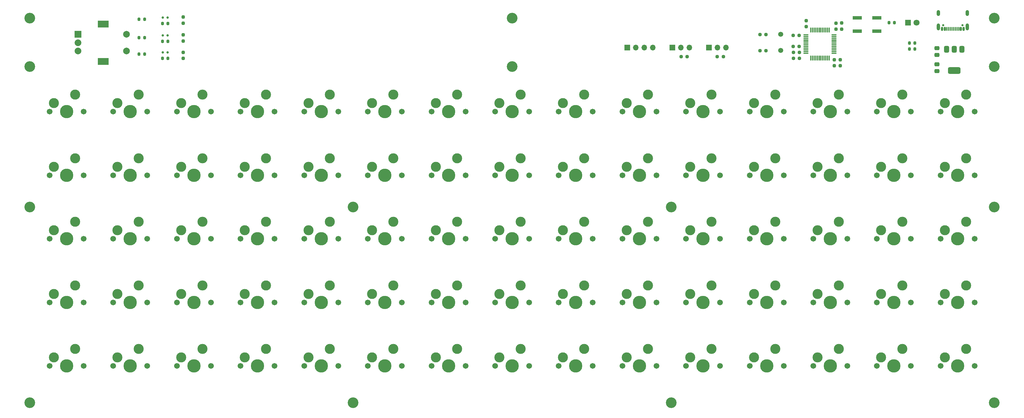
<source format=gbr>
%TF.GenerationSoftware,KiCad,Pcbnew,8.0.1*%
%TF.CreationDate,2024-06-12T21:18:42+02:00*%
%TF.ProjectId,Keyboard,4b657962-6f61-4726-942e-6b696361645f,rev?*%
%TF.SameCoordinates,Original*%
%TF.FileFunction,Soldermask,Top*%
%TF.FilePolarity,Negative*%
%FSLAX46Y46*%
G04 Gerber Fmt 4.6, Leading zero omitted, Abs format (unit mm)*
G04 Created by KiCad (PCBNEW 8.0.1) date 2024-06-12 21:18:42*
%MOMM*%
%LPD*%
G01*
G04 APERTURE LIST*
G04 Aperture macros list*
%AMRoundRect*
0 Rectangle with rounded corners*
0 $1 Rounding radius*
0 $2 $3 $4 $5 $6 $7 $8 $9 X,Y pos of 4 corners*
0 Add a 4 corners polygon primitive as box body*
4,1,4,$2,$3,$4,$5,$6,$7,$8,$9,$2,$3,0*
0 Add four circle primitives for the rounded corners*
1,1,$1+$1,$2,$3*
1,1,$1+$1,$4,$5*
1,1,$1+$1,$6,$7*
1,1,$1+$1,$8,$9*
0 Add four rect primitives between the rounded corners*
20,1,$1+$1,$2,$3,$4,$5,0*
20,1,$1+$1,$4,$5,$6,$7,0*
20,1,$1+$1,$6,$7,$8,$9,0*
20,1,$1+$1,$8,$9,$2,$3,0*%
G04 Aperture macros list end*
%ADD10C,1.701800*%
%ADD11C,3.000000*%
%ADD12C,3.987800*%
%ADD13R,1.700000X1.700000*%
%ADD14O,1.700000X1.700000*%
%ADD15RoundRect,0.237500X0.250000X0.237500X-0.250000X0.237500X-0.250000X-0.237500X0.250000X-0.237500X0*%
%ADD16C,3.200000*%
%ADD17RoundRect,0.237500X0.237500X-0.250000X0.237500X0.250000X-0.237500X0.250000X-0.237500X-0.250000X0*%
%ADD18RoundRect,0.075000X-0.662500X-0.075000X0.662500X-0.075000X0.662500X0.075000X-0.662500X0.075000X0*%
%ADD19RoundRect,0.075000X-0.075000X-0.662500X0.075000X-0.662500X0.075000X0.662500X-0.075000X0.662500X0*%
%ADD20RoundRect,0.200000X-0.200000X-0.275000X0.200000X-0.275000X0.200000X0.275000X-0.200000X0.275000X0*%
%ADD21R,2.000000X2.000000*%
%ADD22C,2.000000*%
%ADD23R,3.200000X2.000000*%
%ADD24RoundRect,0.375000X-0.375000X0.625000X-0.375000X-0.625000X0.375000X-0.625000X0.375000X0.625000X0*%
%ADD25RoundRect,0.500000X-1.400000X0.500000X-1.400000X-0.500000X1.400000X-0.500000X1.400000X0.500000X0*%
%ADD26RoundRect,0.150000X-0.150000X-0.200000X0.150000X-0.200000X0.150000X0.200000X-0.150000X0.200000X0*%
%ADD27RoundRect,0.200000X0.200000X0.275000X-0.200000X0.275000X-0.200000X-0.275000X0.200000X-0.275000X0*%
%ADD28RoundRect,0.237500X-0.250000X-0.237500X0.250000X-0.237500X0.250000X0.237500X-0.250000X0.237500X0*%
%ADD29R,1.800000X1.800000*%
%ADD30C,1.800000*%
%ADD31C,1.500000*%
%ADD32R,2.800000X1.000000*%
%ADD33RoundRect,0.250000X0.475000X-0.337500X0.475000X0.337500X-0.475000X0.337500X-0.475000X-0.337500X0*%
%ADD34RoundRect,0.237500X-0.237500X0.250000X-0.237500X-0.250000X0.237500X-0.250000X0.237500X0.250000X0*%
%ADD35RoundRect,0.250000X-0.475000X0.337500X-0.475000X-0.337500X0.475000X-0.337500X0.475000X0.337500X0*%
%ADD36C,0.650000*%
%ADD37RoundRect,0.150000X0.150000X0.425000X-0.150000X0.425000X-0.150000X-0.425000X0.150000X-0.425000X0*%
%ADD38RoundRect,0.075000X0.075000X0.500000X-0.075000X0.500000X-0.075000X-0.500000X0.075000X-0.500000X0*%
%ADD39O,1.000000X2.100000*%
%ADD40O,1.000000X1.800000*%
G04 APERTURE END LIST*
D10*
%TO.C,SW42*%
X288940000Y-147000000D03*
D11*
X290210000Y-144460000D03*
D12*
X294020000Y-147000000D03*
D11*
X296560000Y-141920000D03*
D10*
X299100000Y-147000000D03*
%TD*%
%TO.C,SW65*%
X155940000Y-185000000D03*
D11*
X157210000Y-182460000D03*
D12*
X161020000Y-185000000D03*
D11*
X163560000Y-179920000D03*
D10*
X166100000Y-185000000D03*
%TD*%
D13*
%TO.C,J3*%
X276771000Y-89821000D03*
D14*
X279311000Y-89821000D03*
X281851000Y-89821000D03*
%TD*%
D10*
%TO.C,SW67*%
X193940000Y-185000000D03*
D11*
X195210000Y-182460000D03*
D12*
X199020000Y-185000000D03*
D11*
X201560000Y-179920000D03*
D10*
X204100000Y-185000000D03*
%TD*%
D13*
%TO.C,J2*%
X265849000Y-89821000D03*
D14*
X268389000Y-89821000D03*
X270929000Y-89821000D03*
%TD*%
D10*
%TO.C,SW27*%
X288940000Y-128000000D03*
D11*
X290210000Y-125460000D03*
D12*
X294020000Y-128000000D03*
D11*
X296560000Y-122920000D03*
D10*
X299100000Y-128000000D03*
%TD*%
%TO.C,SW21*%
X174940000Y-128000000D03*
D11*
X176210000Y-125460000D03*
D12*
X180020000Y-128000000D03*
D11*
X182560000Y-122920000D03*
D10*
X185100000Y-128000000D03*
%TD*%
D15*
%TO.C,R5*%
X281097500Y-92558000D03*
X279272500Y-92558000D03*
%TD*%
D10*
%TO.C,SW4*%
X136940000Y-109000000D03*
D11*
X138210000Y-106460000D03*
D12*
X142020000Y-109000000D03*
D11*
X144560000Y-103920000D03*
D10*
X147100000Y-109000000D03*
%TD*%
%TO.C,SW29*%
X326940000Y-128000000D03*
D11*
X328210000Y-125460000D03*
D12*
X332020000Y-128000000D03*
D11*
X334560000Y-122920000D03*
D10*
X337100000Y-128000000D03*
%TD*%
D16*
%TO.C,REF\u002A\u002A*%
X170500000Y-196000000D03*
%TD*%
D10*
%TO.C,SW35*%
X155940000Y-147000000D03*
D11*
X157210000Y-144460000D03*
D12*
X161020000Y-147000000D03*
D11*
X163560000Y-141920000D03*
D10*
X166100000Y-147000000D03*
%TD*%
D17*
%TO.C,C9*%
X305867500Y-83576500D03*
X305867500Y-81751500D03*
%TD*%
%TO.C,C10*%
X314757500Y-84338500D03*
X314757500Y-82513500D03*
%TD*%
D10*
%TO.C,SW75*%
X345940000Y-185000000D03*
D11*
X347210000Y-182460000D03*
D12*
X351020000Y-185000000D03*
D11*
X353560000Y-179920000D03*
D10*
X356100000Y-185000000D03*
%TD*%
D15*
%TO.C,C8*%
X303732000Y-86220000D03*
X301907000Y-86220000D03*
%TD*%
D10*
%TO.C,SW72*%
X288940000Y-185000000D03*
D11*
X290210000Y-182460000D03*
D12*
X294020000Y-185000000D03*
D11*
X296560000Y-179920000D03*
D10*
X299100000Y-185000000D03*
%TD*%
%TO.C,SW10*%
X250940000Y-109000000D03*
D11*
X252210000Y-106460000D03*
D12*
X256020000Y-109000000D03*
D11*
X258560000Y-103920000D03*
D10*
X261100000Y-109000000D03*
%TD*%
%TO.C,SW46*%
X79940000Y-166000000D03*
D11*
X81210000Y-163460000D03*
D12*
X85020000Y-166000000D03*
D11*
X87560000Y-160920000D03*
D10*
X90100000Y-166000000D03*
%TD*%
%TO.C,SW20*%
X155940000Y-128000000D03*
D11*
X157210000Y-125460000D03*
D12*
X161020000Y-128000000D03*
D11*
X163560000Y-122920000D03*
D10*
X166100000Y-128000000D03*
%TD*%
%TO.C,SW66*%
X174940000Y-185000000D03*
D11*
X176210000Y-182460000D03*
D12*
X180020000Y-185000000D03*
D11*
X182560000Y-179920000D03*
D10*
X185100000Y-185000000D03*
%TD*%
%TO.C,SW30*%
X345940000Y-128000000D03*
D11*
X347210000Y-125460000D03*
D12*
X351020000Y-128000000D03*
D11*
X353560000Y-122920000D03*
D10*
X356100000Y-128000000D03*
%TD*%
%TO.C,SW49*%
X136940000Y-166000000D03*
D11*
X138210000Y-163460000D03*
D12*
X142020000Y-166000000D03*
D11*
X144560000Y-160920000D03*
D10*
X147100000Y-166000000D03*
%TD*%
D16*
%TO.C,REF\u002A\u002A*%
X74000000Y-137500000D03*
%TD*%
D18*
%TO.C,U1*%
X305769000Y-86010000D03*
X305769000Y-86510000D03*
X305769000Y-87010000D03*
X305769000Y-87510000D03*
X305769000Y-88010000D03*
X305769000Y-88510000D03*
X305769000Y-89010000D03*
X305769000Y-89510000D03*
X305769000Y-90010000D03*
X305769000Y-90510000D03*
X305769000Y-91010000D03*
X305769000Y-91510000D03*
D19*
X307181500Y-92922500D03*
X307681500Y-92922500D03*
X308181500Y-92922500D03*
X308681500Y-92922500D03*
X309181500Y-92922500D03*
X309681500Y-92922500D03*
X310181500Y-92922500D03*
X310681500Y-92922500D03*
X311181500Y-92922500D03*
X311681500Y-92922500D03*
X312181500Y-92922500D03*
X312681500Y-92922500D03*
D18*
X314094000Y-91510000D03*
X314094000Y-91010000D03*
X314094000Y-90510000D03*
X314094000Y-90010000D03*
X314094000Y-89510000D03*
X314094000Y-89010000D03*
X314094000Y-88510000D03*
X314094000Y-88010000D03*
X314094000Y-87510000D03*
X314094000Y-87010000D03*
X314094000Y-86510000D03*
X314094000Y-86010000D03*
D19*
X312681500Y-84597500D03*
X312181500Y-84597500D03*
X311681500Y-84597500D03*
X311181500Y-84597500D03*
X310681500Y-84597500D03*
X310181500Y-84597500D03*
X309681500Y-84597500D03*
X309181500Y-84597500D03*
X308681500Y-84597500D03*
X308181500Y-84597500D03*
X307681500Y-84597500D03*
X307181500Y-84597500D03*
%TD*%
D15*
%TO.C,C13*%
X293826000Y-90792000D03*
X292001000Y-90792000D03*
%TD*%
D17*
%TO.C,C7*%
X316380000Y-84326500D03*
X316380000Y-82501500D03*
%TD*%
D10*
%TO.C,SW22*%
X193940000Y-128000000D03*
D11*
X195210000Y-125460000D03*
D12*
X199020000Y-128000000D03*
D11*
X201560000Y-122920000D03*
D10*
X204100000Y-128000000D03*
%TD*%
D20*
%TO.C,R21*%
X106640000Y-91796000D03*
X108290000Y-91796000D03*
%TD*%
D10*
%TO.C,SW52*%
X193940000Y-166000000D03*
D11*
X195210000Y-163460000D03*
D12*
X199020000Y-166000000D03*
D11*
X201560000Y-160920000D03*
D10*
X204100000Y-166000000D03*
%TD*%
%TO.C,SW68*%
X212940000Y-185000000D03*
D11*
X214210000Y-182460000D03*
D12*
X218020000Y-185000000D03*
D11*
X220560000Y-179920000D03*
D10*
X223100000Y-185000000D03*
%TD*%
%TO.C,SW51*%
X174940000Y-166000000D03*
D11*
X176210000Y-163460000D03*
D12*
X180020000Y-166000000D03*
D11*
X182560000Y-160920000D03*
D10*
X185100000Y-166000000D03*
%TD*%
D21*
%TO.C,SW77*%
X88404000Y-85867000D03*
D22*
X88404000Y-90867000D03*
X88404000Y-88367000D03*
D23*
X95904000Y-82767000D03*
X95904000Y-93967000D03*
D22*
X102904000Y-90867000D03*
X102904000Y-85867000D03*
%TD*%
D24*
%TO.C,U2*%
X352300000Y-90350000D03*
X350000000Y-90350000D03*
D25*
X350000000Y-96650000D03*
D24*
X347700000Y-90350000D03*
%TD*%
D16*
%TO.C,REF\u002A\u002A*%
X362000000Y-81000000D03*
%TD*%
D10*
%TO.C,SW1*%
X79940000Y-109000000D03*
D11*
X81210000Y-106460000D03*
D12*
X85020000Y-109000000D03*
D11*
X87560000Y-103920000D03*
D10*
X90100000Y-109000000D03*
%TD*%
%TO.C,SW57*%
X288940000Y-166000000D03*
D11*
X290210000Y-163460000D03*
D12*
X294020000Y-166000000D03*
D11*
X296560000Y-160920000D03*
D10*
X299100000Y-166000000D03*
%TD*%
D16*
%TO.C,REF\u002A\u002A*%
X362000000Y-95500000D03*
%TD*%
D10*
%TO.C,SW32*%
X98940000Y-147000000D03*
D11*
X100210000Y-144460000D03*
D12*
X104020000Y-147000000D03*
D11*
X106560000Y-141920000D03*
D10*
X109100000Y-147000000D03*
%TD*%
%TO.C,SW18*%
X117940000Y-128000000D03*
D11*
X119210000Y-125460000D03*
D12*
X123020000Y-128000000D03*
D11*
X125560000Y-122920000D03*
D10*
X128100000Y-128000000D03*
%TD*%
%TO.C,SW16*%
X79940000Y-128000000D03*
D11*
X81210000Y-125460000D03*
D12*
X85020000Y-128000000D03*
D11*
X87560000Y-122920000D03*
D10*
X90100000Y-128000000D03*
%TD*%
%TO.C,SW56*%
X269940000Y-166000000D03*
D11*
X271210000Y-163460000D03*
D12*
X275020000Y-166000000D03*
D11*
X277560000Y-160920000D03*
D10*
X280100000Y-166000000D03*
%TD*%
%TO.C,SW24*%
X231940000Y-128000000D03*
D11*
X233210000Y-125460000D03*
D12*
X237020000Y-128000000D03*
D11*
X239560000Y-122920000D03*
D10*
X242100000Y-128000000D03*
%TD*%
D16*
%TO.C,REF\u002A\u002A*%
X218000000Y-95500000D03*
%TD*%
D10*
%TO.C,SW17*%
X98940000Y-128000000D03*
D11*
X100210000Y-125460000D03*
D12*
X104020000Y-128000000D03*
D11*
X106560000Y-122920000D03*
D10*
X109100000Y-128000000D03*
%TD*%
D17*
%TO.C,C15*%
X119784000Y-87882500D03*
X119784000Y-86057500D03*
%TD*%
D10*
%TO.C,SW74*%
X326940000Y-185000000D03*
D11*
X328210000Y-182460000D03*
D12*
X332020000Y-185000000D03*
D11*
X334560000Y-179920000D03*
D10*
X337100000Y-185000000D03*
%TD*%
D16*
%TO.C,REF\u002A\u002A*%
X218000000Y-81000000D03*
%TD*%
D26*
%TO.C,D77*%
X115150000Y-80874000D03*
X113750000Y-80874000D03*
%TD*%
D10*
%TO.C,SW71*%
X269940000Y-185000000D03*
D11*
X271210000Y-182460000D03*
D12*
X275020000Y-185000000D03*
D11*
X277560000Y-179920000D03*
D10*
X280100000Y-185000000D03*
%TD*%
%TO.C,SW40*%
X250940000Y-147000000D03*
D11*
X252210000Y-144460000D03*
D12*
X256020000Y-147000000D03*
D11*
X258560000Y-141920000D03*
D10*
X261100000Y-147000000D03*
%TD*%
D16*
%TO.C,REF\u002A\u002A*%
X265500000Y-137500000D03*
%TD*%
D10*
%TO.C,SW63*%
X117940000Y-185000000D03*
D11*
X119210000Y-182460000D03*
D12*
X123020000Y-185000000D03*
D11*
X125560000Y-179920000D03*
D10*
X128100000Y-185000000D03*
%TD*%
D27*
%TO.C,R1*%
X338287000Y-90272000D03*
X336637000Y-90272000D03*
%TD*%
D10*
%TO.C,SW3*%
X117940000Y-109000000D03*
D11*
X119210000Y-106460000D03*
D12*
X123020000Y-109000000D03*
D11*
X125560000Y-103920000D03*
D10*
X128100000Y-109000000D03*
%TD*%
D28*
%TO.C,C12*%
X292001000Y-85966000D03*
X293826000Y-85966000D03*
%TD*%
D20*
%TO.C,R3*%
X330541000Y-82398000D03*
X332191000Y-82398000D03*
%TD*%
D17*
%TO.C,C16*%
X119784000Y-82548500D03*
X119784000Y-80723500D03*
%TD*%
D10*
%TO.C,SW12*%
X288940000Y-109000000D03*
D11*
X290210000Y-106460000D03*
D12*
X294020000Y-109000000D03*
D11*
X296560000Y-103920000D03*
D10*
X299100000Y-109000000D03*
%TD*%
%TO.C,SW15*%
X345940000Y-109000000D03*
D11*
X347210000Y-106460000D03*
D12*
X351020000Y-109000000D03*
D11*
X353560000Y-103920000D03*
D10*
X356100000Y-109000000D03*
%TD*%
%TO.C,SW43*%
X307940000Y-147000000D03*
D11*
X309210000Y-144460000D03*
D12*
X313020000Y-147000000D03*
D11*
X315560000Y-141920000D03*
D10*
X318100000Y-147000000D03*
%TD*%
D29*
%TO.C,D76*%
X336187000Y-82398000D03*
D30*
X338727000Y-82398000D03*
%TD*%
D10*
%TO.C,SW39*%
X231940000Y-147000000D03*
D11*
X233210000Y-144460000D03*
D12*
X237020000Y-147000000D03*
D11*
X239560000Y-141920000D03*
D10*
X242100000Y-147000000D03*
%TD*%
D31*
%TO.C,Y1*%
X298247500Y-90702000D03*
X298247500Y-85822000D03*
%TD*%
D32*
%TO.C,SW76*%
X321100000Y-80906000D03*
X326900000Y-80906000D03*
X321100000Y-84906000D03*
X326900000Y-84906000D03*
%TD*%
D33*
%TO.C,C2*%
X344828000Y-96897500D03*
X344828000Y-94822500D03*
%TD*%
D10*
%TO.C,SW31*%
X79940000Y-147000000D03*
D11*
X81210000Y-144460000D03*
D12*
X85020000Y-147000000D03*
D11*
X87560000Y-141920000D03*
D10*
X90100000Y-147000000D03*
%TD*%
D16*
%TO.C,REF\u002A\u002A*%
X74000000Y-95500000D03*
%TD*%
D10*
%TO.C,SW5*%
X155940000Y-109000000D03*
D11*
X157210000Y-106460000D03*
D12*
X161020000Y-109000000D03*
D11*
X163560000Y-103920000D03*
D10*
X166100000Y-109000000D03*
%TD*%
%TO.C,SW58*%
X307940000Y-166000000D03*
D11*
X309210000Y-163460000D03*
D12*
X313020000Y-166000000D03*
D11*
X315560000Y-160920000D03*
D10*
X318100000Y-166000000D03*
%TD*%
D17*
%TO.C,C14*%
X119784000Y-93089500D03*
X119784000Y-91264500D03*
%TD*%
D34*
%TO.C,C11*%
X316027500Y-93435500D03*
X316027500Y-95260500D03*
%TD*%
D15*
%TO.C,C5*%
X303830500Y-93066000D03*
X302005500Y-93066000D03*
%TD*%
D10*
%TO.C,SW23*%
X212940000Y-128000000D03*
D11*
X214210000Y-125460000D03*
D12*
X218020000Y-128000000D03*
D11*
X220560000Y-122920000D03*
D10*
X223100000Y-128000000D03*
%TD*%
D16*
%TO.C,REF\u002A\u002A*%
X362000000Y-137500000D03*
%TD*%
D10*
%TO.C,SW25*%
X250940000Y-128000000D03*
D11*
X252210000Y-125460000D03*
D12*
X256020000Y-128000000D03*
D11*
X258560000Y-122920000D03*
D10*
X261100000Y-128000000D03*
%TD*%
%TO.C,SW6*%
X174940000Y-109000000D03*
D11*
X176210000Y-106460000D03*
D12*
X180020000Y-109000000D03*
D11*
X182560000Y-103920000D03*
D10*
X185100000Y-109000000D03*
%TD*%
D20*
%TO.C,R26*%
X106640000Y-81382000D03*
X108290000Y-81382000D03*
%TD*%
D10*
%TO.C,SW14*%
X326940000Y-109000000D03*
D11*
X328210000Y-106460000D03*
D12*
X332020000Y-109000000D03*
D11*
X334560000Y-103920000D03*
D10*
X337100000Y-109000000D03*
%TD*%
%TO.C,SW73*%
X307940000Y-185000000D03*
D11*
X309210000Y-182460000D03*
D12*
X313020000Y-185000000D03*
D11*
X315560000Y-179920000D03*
D10*
X318100000Y-185000000D03*
%TD*%
D27*
%TO.C,R22*%
X115275000Y-82652000D03*
X113625000Y-82652000D03*
%TD*%
D10*
%TO.C,SW50*%
X155940000Y-166000000D03*
D11*
X157210000Y-163460000D03*
D12*
X161020000Y-166000000D03*
D11*
X163560000Y-160920000D03*
D10*
X166100000Y-166000000D03*
%TD*%
D26*
%TO.C,D79*%
X115150000Y-91288000D03*
X113750000Y-91288000D03*
%TD*%
D34*
%TO.C,C6*%
X314249500Y-93435500D03*
X314249500Y-95260500D03*
%TD*%
D10*
%TO.C,SW64*%
X136940000Y-185000000D03*
D11*
X138210000Y-182460000D03*
D12*
X142020000Y-185000000D03*
D11*
X144560000Y-179920000D03*
D10*
X147100000Y-185000000D03*
%TD*%
%TO.C,SW48*%
X117940000Y-166000000D03*
D11*
X119210000Y-163460000D03*
D12*
X123020000Y-166000000D03*
D11*
X125560000Y-160920000D03*
D10*
X128100000Y-166000000D03*
%TD*%
D16*
%TO.C,REF\u002A\u002A*%
X170500000Y-137500000D03*
%TD*%
D10*
%TO.C,SW8*%
X212940000Y-109000000D03*
D11*
X214210000Y-106460000D03*
D12*
X218020000Y-109000000D03*
D11*
X220560000Y-103920000D03*
D10*
X223100000Y-109000000D03*
%TD*%
D26*
%TO.C,D78*%
X115150000Y-86208000D03*
X113750000Y-86208000D03*
%TD*%
D10*
%TO.C,SW70*%
X250940000Y-185000000D03*
D11*
X252210000Y-182460000D03*
D12*
X256020000Y-185000000D03*
D11*
X258560000Y-179920000D03*
D10*
X261100000Y-185000000D03*
%TD*%
%TO.C,SW36*%
X174940000Y-147000000D03*
D11*
X176210000Y-144460000D03*
D12*
X180020000Y-147000000D03*
D11*
X182560000Y-141920000D03*
D10*
X185100000Y-147000000D03*
%TD*%
D15*
%TO.C,R4*%
X270302500Y-92558000D03*
X268477500Y-92558000D03*
%TD*%
D10*
%TO.C,SW59*%
X326940000Y-166000000D03*
D11*
X328210000Y-163460000D03*
D12*
X332020000Y-166000000D03*
D11*
X334560000Y-160920000D03*
D10*
X337100000Y-166000000D03*
%TD*%
%TO.C,SW61*%
X79920000Y-185000000D03*
D11*
X81190000Y-182460000D03*
D12*
X85000000Y-185000000D03*
D11*
X87540000Y-179920000D03*
D10*
X90080000Y-185000000D03*
%TD*%
%TO.C,SW60*%
X345940000Y-166000000D03*
D11*
X347210000Y-163460000D03*
D12*
X351020000Y-166000000D03*
D11*
X353560000Y-160920000D03*
D10*
X356100000Y-166000000D03*
%TD*%
%TO.C,SW33*%
X117940000Y-147000000D03*
D11*
X119210000Y-144460000D03*
D12*
X123020000Y-147000000D03*
D11*
X125560000Y-141920000D03*
D10*
X128100000Y-147000000D03*
%TD*%
D20*
%TO.C,R25*%
X106640000Y-86843000D03*
X108290000Y-86843000D03*
%TD*%
D15*
%TO.C,C3*%
X303732000Y-89522000D03*
X301907000Y-89522000D03*
%TD*%
D10*
%TO.C,SW62*%
X98940000Y-185000000D03*
D11*
X100210000Y-182460000D03*
D12*
X104020000Y-185000000D03*
D11*
X106560000Y-179920000D03*
D10*
X109100000Y-185000000D03*
%TD*%
%TO.C,SW37*%
X193940000Y-147000000D03*
D11*
X195210000Y-144460000D03*
D12*
X199020000Y-147000000D03*
D11*
X201560000Y-141920000D03*
D10*
X204100000Y-147000000D03*
%TD*%
%TO.C,SW28*%
X307940000Y-128000000D03*
D11*
X309210000Y-125460000D03*
D12*
X313020000Y-128000000D03*
D11*
X315560000Y-122920000D03*
D10*
X318100000Y-128000000D03*
%TD*%
%TO.C,SW41*%
X269940000Y-147000000D03*
D11*
X271210000Y-144460000D03*
D12*
X275020000Y-147000000D03*
D11*
X277560000Y-141920000D03*
D10*
X280100000Y-147000000D03*
%TD*%
D35*
%TO.C,C1*%
X344828000Y-89996500D03*
X344828000Y-92071500D03*
%TD*%
D10*
%TO.C,SW13*%
X307940000Y-109000000D03*
D11*
X309210000Y-106460000D03*
D12*
X313020000Y-109000000D03*
D11*
X315560000Y-103920000D03*
D10*
X318100000Y-109000000D03*
%TD*%
%TO.C,SW34*%
X136940000Y-147000000D03*
D11*
X138210000Y-144460000D03*
D12*
X142020000Y-147000000D03*
D11*
X144560000Y-141920000D03*
D10*
X147100000Y-147000000D03*
%TD*%
%TO.C,SW53*%
X212940000Y-166000000D03*
D11*
X214210000Y-163460000D03*
D12*
X218020000Y-166000000D03*
D11*
X220560000Y-160920000D03*
D10*
X223100000Y-166000000D03*
%TD*%
D16*
%TO.C,REF\u002A\u002A*%
X74000000Y-81000000D03*
%TD*%
D10*
%TO.C,SW54*%
X231940000Y-166000000D03*
D11*
X233210000Y-163460000D03*
D12*
X237020000Y-166000000D03*
D11*
X239560000Y-160920000D03*
D10*
X242100000Y-166000000D03*
%TD*%
D16*
%TO.C,REF\u002A\u002A*%
X362000000Y-196000000D03*
%TD*%
%TO.C,REF\u002A\u002A*%
X265500000Y-196000000D03*
%TD*%
D36*
%TO.C,J1*%
X352500000Y-83180000D03*
X346720000Y-83180000D03*
D37*
X352810000Y-84255000D03*
X352010000Y-84255000D03*
D38*
X350860000Y-84255000D03*
X349860000Y-84255000D03*
X349360000Y-84255000D03*
X348360000Y-84255000D03*
D37*
X347210000Y-84255000D03*
X346410000Y-84255000D03*
X346410000Y-84255000D03*
X347210000Y-84255000D03*
D38*
X347860000Y-84255000D03*
X348860000Y-84255000D03*
X350360000Y-84255000D03*
X351360000Y-84255000D03*
D37*
X352010000Y-84255000D03*
X352810000Y-84255000D03*
D39*
X353930000Y-83680000D03*
D40*
X353930000Y-79500000D03*
D39*
X345290000Y-83680000D03*
D40*
X345290000Y-79500000D03*
%TD*%
D27*
%TO.C,R24*%
X115275000Y-93066000D03*
X113625000Y-93066000D03*
%TD*%
D10*
%TO.C,SW45*%
X345940000Y-147000000D03*
D11*
X347210000Y-144460000D03*
D12*
X351020000Y-147000000D03*
D11*
X353560000Y-141920000D03*
D10*
X356100000Y-147000000D03*
%TD*%
D16*
%TO.C,REF\u002A\u002A*%
X74000000Y-196000000D03*
%TD*%
D27*
%TO.C,R2*%
X338287000Y-88494000D03*
X336637000Y-88494000D03*
%TD*%
D10*
%TO.C,SW2*%
X98940000Y-109000000D03*
D11*
X100210000Y-106460000D03*
D12*
X104020000Y-109000000D03*
D11*
X106560000Y-103920000D03*
D10*
X109100000Y-109000000D03*
%TD*%
D27*
%TO.C,R23*%
X115275000Y-87956000D03*
X113625000Y-87956000D03*
%TD*%
D10*
%TO.C,SW19*%
X136940000Y-128000000D03*
D11*
X138210000Y-125460000D03*
D12*
X142020000Y-128000000D03*
D11*
X144560000Y-122920000D03*
D10*
X147100000Y-128000000D03*
%TD*%
D13*
%TO.C,J4*%
X252382000Y-89821000D03*
D14*
X254922000Y-89821000D03*
X257462000Y-89821000D03*
X260002000Y-89821000D03*
%TD*%
D10*
%TO.C,SW11*%
X269940000Y-109000000D03*
D11*
X271210000Y-106460000D03*
D12*
X275020000Y-109000000D03*
D11*
X277560000Y-103920000D03*
D10*
X280100000Y-109000000D03*
%TD*%
%TO.C,SW47*%
X98940000Y-166000000D03*
D11*
X100210000Y-163460000D03*
D12*
X104020000Y-166000000D03*
D11*
X106560000Y-160920000D03*
D10*
X109100000Y-166000000D03*
%TD*%
%TO.C,SW26*%
X269940000Y-128000000D03*
D11*
X271210000Y-125460000D03*
D12*
X275020000Y-128000000D03*
D11*
X277560000Y-122920000D03*
D10*
X280100000Y-128000000D03*
%TD*%
%TO.C,SW55*%
X250940000Y-166000000D03*
D11*
X252210000Y-163460000D03*
D12*
X256020000Y-166000000D03*
D11*
X258560000Y-160920000D03*
D10*
X261100000Y-166000000D03*
%TD*%
%TO.C,SW38*%
X212940000Y-147000000D03*
D11*
X214210000Y-144460000D03*
D12*
X218020000Y-147000000D03*
D11*
X220560000Y-141920000D03*
D10*
X223100000Y-147000000D03*
%TD*%
%TO.C,SW9*%
X231940000Y-109000000D03*
D11*
X233210000Y-106460000D03*
D12*
X237020000Y-109000000D03*
D11*
X239560000Y-103920000D03*
D10*
X242100000Y-109000000D03*
%TD*%
D15*
%TO.C,C4*%
X303830500Y-91288000D03*
X302005500Y-91288000D03*
%TD*%
D10*
%TO.C,SW69*%
X231940000Y-185000000D03*
D11*
X233210000Y-182460000D03*
D12*
X237020000Y-185000000D03*
D11*
X239560000Y-179920000D03*
D10*
X242100000Y-185000000D03*
%TD*%
%TO.C,SW44*%
X326940000Y-147000000D03*
D11*
X328210000Y-144460000D03*
D12*
X332020000Y-147000000D03*
D11*
X334560000Y-141920000D03*
D10*
X337100000Y-147000000D03*
%TD*%
%TO.C,SW7*%
X193940000Y-109000000D03*
D11*
X195210000Y-106460000D03*
D12*
X199020000Y-109000000D03*
D11*
X201560000Y-103920000D03*
D10*
X204100000Y-109000000D03*
%TD*%
M02*

</source>
